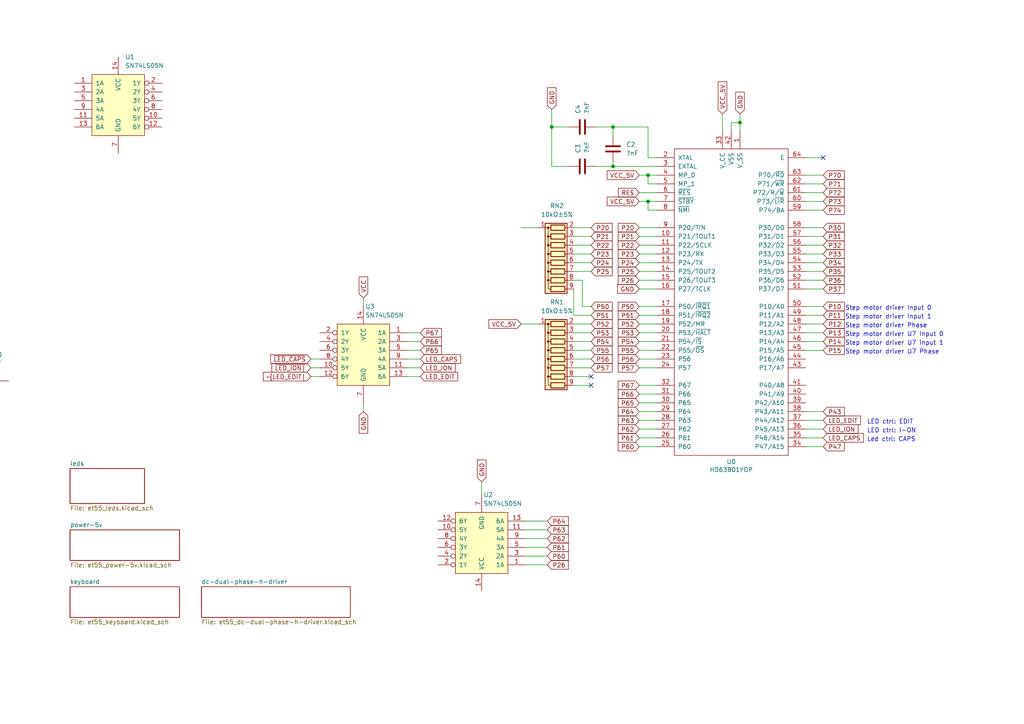
<source format=kicad_sch>
(kicad_sch (version 20211123) (generator eeschema)
  (paper "A4")
  (title_block (title "Olivetti Personal ET 55"))
  (junction (at 105.41 -76.2))
  (junction (at 320.04 45.72))
  (junction (at 322.58 45.72))
  (junction (at 121.92 -80.01))
  (junction (at 95.25 -163.83))
  (junction (at 177.8 48.26))
  (junction (at 560.07 43.18))
  (junction (at 378.46 149.86))
  (junction (at 325.12 45.72))
  (junction (at 491.49 60.96))
  (junction (at 121.92 -148.59))
  (junction (at 130.81 -148.59))
  (junction (at 81.28 -121.92))
  (junction (at 160.02 36.83))
  (junction (at 187.96 58.42))
  (junction (at 337.82 88.9))
  (junction (at 499.11 41.91))
  (junction (at 327.66 45.72))
  (junction (at 95.25 -95.25))
  (junction (at 119.38 -194.31))
  (junction (at 435.61 -12.7))
  (junction (at 355.6 69.85))
  (junction (at 491.49 101.6))
  (junction (at 337.82 45.72))
  (junction (at 130.81 -163.83))
  (junction (at 337.82 69.85))
  (junction (at 491.49 53.34))
  (junction (at 363.22 88.9))
  (junction (at 491.49 87.63))
  (junction (at 113.03 -121.92))
  (junction (at 527.05 52.07))
  (junction (at 187.96 50.8))
  (junction (at 114.3 -80.01))
  (junction (at 105.41 -133.35))
  (junction (at 119.38 -80.01))
  (junction (at 116.84 -124.46))
  (junction (at 505.46 87.63))
  (junction (at 116.84 -148.59))
  (junction (at 560.07 33.02))
  (junction (at 114.3 -148.59))
  (junction (at 116.84 -80.01))
  (junction (at 144.78 -195.58))
  (junction (at 214.63 35.56))
  (junction (at 119.38 -124.46))
  (junction (at 119.38 -148.59))
  (junction (at 177.8 36.83))
  (junction (at 130.81 -95.25))
  (junction (at 105.41 -144.78))
  (junction (at 116.84 -194.31))
  (junction (at 133.35 -195.58))
  (junction (at -8.89 110.49))
  (junction (at 368.3 149.86))
  (junction (at 335.28 45.72))
  (junction (at 130.81 -80.01))
  (junction (at 113.03 -190.5))
  (junction (at 105.41 -64.77))
  (no_connect (at 171.45 109.22))
  (no_connect (at 171.45 111.76))
  (no_connect (at 238.76 45.72))
  (wire (pts (xy 114.3 -64.77) (xy 114.3 -80.01)))
  (wire (pts (xy 435.61 -12.7) (xy 433.07 -12.7)))
  (wire (pts (xy 335.28 48.26) (xy 335.28 45.72)))
  (wire (pts (xy 337.82 44.45) (xy 337.82 45.72)))
  (wire (pts (xy 499.11 52.07) (xy 504.19 52.07)))
  (wire (pts (xy 233.68 53.34) (xy 238.76 53.34)))
  (wire (pts (xy 491.49 46.99) (xy 491.49 53.34)))
  (wire (pts (xy 95.25 -144.78) (xy 105.41 -144.78)))
  (wire (pts (xy 119.38 -118.11) (xy 119.38 -124.46)))
  (wire (pts (xy 332.74 48.26) (xy 332.74 43.18)))
  (wire (pts (xy 116.84 -124.46) (xy 74.93 -124.46)))
  (wire (pts (xy 322.58 48.26) (xy 322.58 45.72)))
  (wire (pts (xy 491.49 30.48) (xy 527.05 30.48)))
  (wire (pts (xy 212.09 38.1) (xy 212.09 35.56)))
  (wire (pts (xy 313.69 45.72) (xy 320.04 45.72)))
  (wire (pts (xy 187.96 53.34) (xy 187.96 50.8)))
  (wire (pts (xy 119.38 -124.46) (xy 116.84 -124.46)))
  (wire (pts (xy 185.42 76.2) (xy 190.5 76.2)))
  (wire (pts (xy 185.42 111.76) (xy 190.5 111.76)))
  (wire (pts (xy 325.12 45.72) (xy 327.66 45.72)))
  (wire (pts (xy 185.42 91.44) (xy 190.5 91.44)))
  (wire (pts (xy 190.5 71.12) (xy 185.42 71.12)))
  (wire (pts (xy 166.37 91.44) (xy 171.45 91.44)))
  (wire (pts (xy 238.76 66.04) (xy 233.68 66.04)))
  (wire (pts (xy 105.41 -76.2) (xy 110.49 -76.2)))
  (wire (pts (xy 116.84 -80.01) (xy 116.84 -83.82)))
  (wire (pts (xy 118.11 104.14) (xy 121.92 104.14)))
  (wire (pts (xy 83.82 -83.82) (xy 83.82 -64.77)))
  (wire (pts (xy 119.38 -186.69) (xy 119.38 -194.31)))
  (wire (pts (xy 233.68 101.6) (xy 238.76 101.6)))
  (wire (pts (xy 233.68 93.98) (xy 238.76 93.98)))
  (wire (pts (xy 340.36 90.17) (xy 340.36 97.79)))
  (wire (pts (xy 105.41 -64.77) (xy 114.3 -64.77)))
  (wire (pts (xy 116.84 -186.69) (xy 116.84 -194.31)))
  (wire (pts (xy 128.27 -171.45) (xy 185.42 -171.45)))
  (wire (pts (xy 166.37 93.98) (xy 171.45 93.98)))
  (wire (pts (xy 214.63 35.56) (xy 214.63 38.1)))
  (wire (pts (xy 161.29 -195.58) (xy 144.78 -195.58)))
  (wire (pts (xy 119.38 -152.4) (xy 119.38 -148.59)))
  (wire (pts (xy 172.72 36.83) (xy 177.8 36.83)))
  (wire (pts (xy 118.11 101.6) (xy 121.92 101.6)))
  (wire (pts (xy 95.25 -163.83) (xy 104.14 -163.83)))
  (wire (pts (xy 527.05 52.07) (xy 527.05 101.6)))
  (wire (pts (xy 100.33 -100.33) (xy 104.14 -100.33)))
  (wire (pts (xy 355.6 63.5) (xy 355.6 69.85)))
  (wire (pts (xy 83.82 -160.02) (xy 83.82 -163.83)))
  (wire (pts (xy 334.01 88.9) (xy 337.82 88.9)))
  (wire (pts (xy 119.38 -83.82) (xy 119.38 -80.01)))
  (wire (pts (xy 233.68 99.06) (xy 238.76 99.06)))
  (wire (pts (xy 547.37 38.1) (xy 547.37 41.91)))
  (wire (pts (xy 238.76 76.2) (xy 233.68 76.2)))
  (wire (pts (xy 119.38 -129.54) (xy 119.38 -124.46)))
  (wire (pts (xy 168.91 81.28) (xy 168.91 88.9)))
  (wire (pts (xy 166.37 81.28) (xy 168.91 81.28)))
  (wire (pts (xy 187.96 58.42) (xy 190.5 58.42)))
  (wire (pts (xy 365.76 88.9) (xy 365.76 96.52)))
  (wire (pts (xy 185.42 121.92) (xy 190.5 121.92)))
  (wire (pts (xy 105.41 -137.16) (xy 105.41 -133.35)))
  (wire (pts (xy 499.11 78.74) (xy 505.46 78.74)))
  (wire (pts (xy 238.76 71.12) (xy 233.68 71.12)))
  (wire (pts (xy 488.95 53.34) (xy 491.49 53.34)))
  (wire (pts (xy 185.42 104.14) (xy 190.5 104.14)))
  (wire (pts (xy 74.93 -124.46) (xy 74.93 -194.31)))
  (wire (pts (xy 325.12 48.26) (xy 325.12 45.72)))
  (wire (pts (xy 505.46 87.63) (xy 508 87.63)))
  (wire (pts (xy 118.11 106.68) (xy 121.92 106.68)))
  (wire (pts (xy 187.96 50.8) (xy 185.42 50.8)))
  (wire (pts (xy 177.8 46.99) (xy 177.8 48.26)))
  (wire (pts (xy 190.5 53.34) (xy 187.96 53.34)))
  (wire (pts (xy 337.82 45.72) (xy 337.82 48.26)))
  (wire (pts (xy 322.58 45.72) (xy 325.12 45.72)))
  (wire (pts (xy 166.37 68.58) (xy 171.45 68.58)))
  (wire (pts (xy 185.42 116.84) (xy 190.5 116.84)))
  (wire (pts (xy 233.68 88.9) (xy 238.76 88.9)))
  (wire (pts (xy 116.84 -148.59) (xy 116.84 -152.4)))
  (wire (pts (xy 130.81 -190.5) (xy 130.81 -176.53)))
  (wire (pts (xy 466.09 60.96) (xy 471.17 60.96)))
  (wire (pts (xy 505.46 78.74) (xy 505.46 87.63)))
  (wire (pts (xy 152.4 161.29) (xy 158.75 161.29)))
  (wire (pts (xy 430.53 -16.51) (xy 430.53 -8.89)))
  (wire (pts (xy 491.49 110.49) (xy 491.49 101.6)))
  (wire (pts (xy 166.37 109.22) (xy 171.45 109.22)))
  (wire (pts (xy 100.33 -102.87) (xy 104.14 -102.87)))
  (wire (pts (xy 118.11 109.22) (xy 121.92 109.22)))
  (wire (pts (xy 317.5 88.9) (xy 317.5 95.25)))
  (wire (pts (xy 185.42 101.6) (xy 190.5 101.6)))
  (wire (pts (xy 363.22 69.85) (xy 363.22 73.66)))
  (wire (pts (xy 363.22 81.28) (xy 363.22 88.9)))
  (wire (pts (xy 337.82 73.66) (xy 337.82 69.85)))
  (wire (pts (xy 185.42 119.38) (xy 190.5 119.38)))
  (wire (pts (xy 560.07 33.02) (xy 560.07 43.18)))
  (wire (pts (xy 114.3 -80.01) (xy 116.84 -80.01)))
  (wire (pts (xy 142.24 -82.55) (xy 142.24 -80.01)))
  (wire (pts (xy 110.49 -76.2) (xy 110.49 -83.82)))
  (wire (pts (xy 83.82 -91.44) (xy 83.82 -95.25)))
  (wire (pts (xy 491.49 83.82) (xy 491.49 87.63)))
  (wire (pts (xy 502.92 87.63) (xy 505.46 87.63)))
  (wire (pts (xy 238.76 58.42) (xy 233.68 58.42)))
  (wire (pts (xy 113.03 -121.92) (xy 130.81 -121.92)))
  (wire (pts (xy 166.37 96.52) (xy 171.45 96.52)))
  (wire (pts (xy 130.81 -90.17) (xy 130.81 -95.25)))
  (wire (pts (xy 151.13 66.04) (xy 156.21 66.04)))
  (wire (pts (xy 100.33 -168.91) (xy 104.14 -168.91)))
  (wire (pts (xy 185.42 106.68) (xy 190.5 106.68)))
  (wire (pts (xy 562.61 33.02) (xy 560.07 33.02)))
  (wire (pts (xy 152.4 151.13) (xy 158.75 151.13)))
  (wire (pts (xy 499.11 52.07) (xy 499.11 41.91)))
  (wire (pts (xy 130.81 -107.95) (xy 128.27 -107.95)))
  (wire (pts (xy 168.91 88.9) (xy 171.45 88.9)))
  (wire (pts (xy 134.62 -129.54) (xy 119.38 -129.54)))
  (wire (pts (xy 130.81 -95.25) (xy 128.27 -95.25)))
  (wire (pts (xy 166.37 83.82) (xy 166.37 91.44)))
  (wire (pts (xy 121.92 -152.4) (xy 121.92 -148.59)))
  (wire (pts (xy 83.82 -133.35) (xy 105.41 -133.35)))
  (wire (pts (xy 233.68 55.88) (xy 238.76 55.88)))
  (wire (pts (xy 105.41 -144.78) (xy 110.49 -144.78)))
  (wire (pts (xy 114.3 -133.35) (xy 114.3 -148.59)))
  (wire (pts (xy 90.17 104.14) (xy 92.71 104.14)))
  (wire (pts (xy 130.81 -151.13) (xy 130.81 -148.59)))
  (wire (pts (xy 233.68 83.82) (xy 238.76 83.82)))
  (wire (pts (xy 157.48 -100.33) (xy 157.48 -166.37)))
  (wire (pts (xy 238.76 68.58) (xy 233.68 68.58)))
  (wire (pts (xy 83.82 -64.77) (xy 105.41 -64.77)))
  (wire (pts (xy 327.66 45.72) (xy 335.28 45.72)))
  (wire (pts (xy 233.68 91.44) (xy 238.76 91.44)))
  (wire (pts (xy 185.42 124.46) (xy 190.5 124.46)))
  (wire (pts (xy 185.42 58.42) (xy 187.96 58.42)))
  (wire (pts (xy 142.24 -95.25) (xy 130.81 -95.25)))
  (wire (pts (xy 177.8 36.83) (xy 187.96 36.83)))
  (wire (pts (xy 562.61 43.18) (xy 560.07 43.18)))
  (wire (pts (xy 185.42 66.04) (xy 190.5 66.04)))
  (wire (pts (xy 337.82 88.9) (xy 337.82 97.79)))
  (wire (pts (xy 95.25 -163.83) (xy 95.25 -160.02)))
  (wire (pts (xy 152.4 163.83) (xy 158.75 163.83)))
  (wire (pts (xy 105.41 -68.58) (xy 105.41 -64.77)))
  (wire (pts (xy 355.6 69.85) (xy 363.22 69.85)))
  (wire (pts (xy 325.12 45.72) (xy 325.12 43.18)))
  (wire (pts (xy 233.68 127) (xy 238.76 127)))
  (wire (pts (xy 100.33 -176.53) (xy 104.14 -176.53)))
  (wire (pts (xy 185.42 88.9) (xy 190.5 88.9)))
  (wire (pts (xy 130.81 -158.75) (xy 130.81 -163.83)))
  (wire (pts (xy 359.41 88.9) (xy 363.22 88.9)))
  (wire (pts (xy 337.82 81.28) (xy 337.82 88.9)))
  (wire (pts (xy 142.24 -151.13) (xy 142.24 -148.59)))
  (wire (pts (xy 81.28 -121.92) (xy 113.03 -121.92)))
  (wire (pts (xy 190.5 48.26) (xy 177.8 48.26)))
  (wire (pts (xy 345.44 44.45) (xy 337.82 44.45)))
  (wire (pts (xy -8.89 110.49) (xy -8.89 118.11)))
  (wire (pts (xy 185.42 81.28) (xy 190.5 81.28)))
  (wire (pts (xy 320.04 45.72) (xy 320.04 43.18)))
  (wire (pts (xy 433.07 -12.7) (xy 433.07 -16.51)))
  (wire (pts (xy 190.5 60.96) (xy 187.96 60.96)))
  (wire (pts (xy 113.03 -190.5) (xy 81.28 -190.5)))
  (wire (pts (xy 116.84 -148.59) (xy 116.84 -144.78)))
  (wire (pts (xy 142.24 -90.17) (xy 142.24 -95.25)))
  (wire (pts (xy 105.41 -133.35) (xy 114.3 -133.35)))
  (wire (pts (xy 118.11 99.06) (xy 121.92 99.06)))
  (wire (pts (xy 337.82 69.85) (xy 355.6 69.85)))
  (wire (pts (xy 152.4 156.21) (xy 158.75 156.21)))
  (wire (pts (xy 491.49 101.6) (xy 491.49 87.63)))
  (wire (pts (xy 238.76 73.66) (xy 233.68 73.66)))
  (wire (pts (xy 128.27 -100.33) (xy 157.48 -100.33)))
  (wire (pts (xy 177.8 39.37) (xy 177.8 36.83)))
  (wire (pts (xy 327.66 45.72) (xy 327.66 43.18)))
  (wire (pts (xy 74.93 -194.31) (xy 116.84 -194.31)))
  (wire (pts (xy 560.07 43.18) (xy 560.07 53.34)))
  (wire (pts (xy 90.17 109.22) (xy 92.71 109.22)))
  (wire (pts (xy 337.82 58.42) (xy 337.82 69.85)))
  (wire (pts (xy 233.68 129.54) (xy 238.76 129.54)))
  (wire (pts (xy 527.05 101.6) (xy 491.49 101.6)))
  (wire (pts (xy 113.03 -190.5) (xy 130.81 -190.5)))
  (wire (pts (xy 151.13 93.98) (xy 156.21 93.98)))
  (wire (pts (xy 144.78 -194.31) (xy 144.78 -195.58)))
  (wire (pts (xy -12.7 110.49) (xy -8.89 110.49)))
  (wire (pts (xy 518.16 87.63) (xy 518.16 90.17)))
  (wire (pts (xy 144.78 -195.58) (xy 133.35 -195.58)))
  (wire (pts (xy 118.11 96.52) (xy 121.92 96.52)))
  (wire (pts (xy 166.37 106.68) (xy 171.45 106.68)))
  (wire (pts (xy 130.81 -176.53) (xy 128.27 -176.53)))
  (wire (pts (xy 166.37 73.66) (xy 171.45 73.66)))
  (wire (pts (xy 154.94 -163.83) (xy 185.42 -163.83)))
  (wire (pts (xy 116.84 -148.59) (xy 119.38 -148.59)))
  (wire (pts (xy 570.23 43.18) (xy 576.58 43.18)))
  (wire (pts (xy 187.96 36.83) (xy 187.96 45.72)))
  (wire (pts (xy 81.28 -190.5) (xy 81.28 -121.92)))
  (wire (pts (xy 491.49 87.63) (xy 495.3 87.63)))
  (wire (pts (xy 494.03 110.49) (xy 491.49 110.49)))
  (wire (pts (xy 152.4 158.75) (xy 158.75 158.75)))
  (wire (pts (xy 116.84 -194.31) (xy 119.38 -194.31)))
  (wire (pts (xy 212.09 35.56) (xy 214.63 35.56)))
  (wire (pts (xy 121.92 -148.59) (xy 119.38 -148.59)))
  (wire (pts (xy 130.81 -121.92) (xy 130.81 -107.95)))
  (wire (pts (xy 330.2 48.26) (xy 330.2 43.18)))
  (wire (pts (xy 114.3 -152.4) (xy 114.3 -148.59)))
  (wire (pts (xy 185.42 114.3) (xy 190.5 114.3)))
  (wire (pts (xy 166.37 76.2) (xy 171.45 76.2)))
  (wire (pts (xy 166.37 71.12) (xy 171.45 71.12)))
  (wire (pts (xy 154.94 -102.87) (xy 154.94 -163.83)))
  (wire (pts (xy 190.5 50.8) (xy 187.96 50.8)))
  (wire (pts (xy 114.3 -83.82) (xy 114.3 -80.01)))
  (wire (pts (xy 160.02 36.83) (xy 165.1 36.83)))
  (wire (pts (xy 95.25 -76.2) (xy 105.41 -76.2)))
  (wire (pts (xy 491.49 53.34) (xy 491.49 60.96)))
  (wire (pts (xy 378.46 134.62) (xy 378.46 149.86)))
  (wire (pts (xy 185.42 83.82) (xy 190.5 83.82)))
  (wire (pts (xy 113.03 -186.69) (xy 113.03 -190.5)))
  (wire (pts (xy 166.37 99.06) (xy 171.45 99.06)))
  (wire (pts (xy 238.76 78.74) (xy 233.68 78.74)))
  (wire (pts (xy 335.28 45.72) (xy 335.28 43.18)))
  (wire (pts (xy 185.42 55.88) (xy 190.5 55.88)))
  (wire (pts (xy 435.61 -8.89) (xy 435.61 -12.7)))
  (wire (pts (xy 570.23 33.02) (xy 576.58 33.02)))
  (wire (pts (xy 83.82 -163.83) (xy 95.25 -163.83)))
  (wire (pts (xy 214.63 33.02) (xy 214.63 35.56)))
  (wire (pts (xy 466.09 64.77) (xy 466.09 60.96)))
  (wire (pts (xy 554.99 33.02) (xy 560.07 33.02)))
  (wire (pts (xy 355.6 50.8) (xy 355.6 55.88)))
  (wire (pts (xy 172.72 48.26) (xy 177.8 48.26)))
  (wire (pts (xy 209.55 33.02) (xy 209.55 38.1)))
  (wire (pts (xy 130.81 -148.59) (xy 142.24 -148.59)))
  (wire (pts (xy 133.35 -187.96) (xy 133.35 -186.69)))
  (wire (pts (xy 116.84 -118.11) (xy 116.84 -124.46)))
  (wire (pts (xy 511.81 41.91) (xy 547.37 41.91)))
  (wire (pts (xy 368.3 153.67) (xy 368.3 149.86)))
  (wire (pts (xy 116.84 -80.01) (xy 119.38 -80.01)))
  (wire (pts (xy 139.7 139.7) (xy 139.7 143.51)))
  (wire (pts (xy 166.37 78.74) (xy 171.45 78.74)))
  (wire (pts (xy 570.23 53.34) (xy 577.85 53.34)))
  (wire (pts (xy 130.81 -82.55) (xy 130.81 -80.01)))
  (wire (pts (xy 100.33 -171.45) (xy 104.14 -171.45)))
  (wire (pts (xy 100.33 -107.95) (xy 104.14 -107.95)))
  (wire (pts (xy 165.1 48.26) (xy 160.02 48.26)))
  (wire (pts (xy 166.37 111.76) (xy 171.45 111.76)))
  (wire (pts (xy 238.76 121.92) (xy 233.68 121.92)))
  (wire (pts (xy 105.41 86.36) (xy 105.41 88.9)))
  (wire (pts (xy 478.79 60.96) (xy 491.49 60.96)))
  (wire (pts (xy 90.17 106.68) (xy 92.71 106.68)))
  (wire (pts (xy 190.5 93.98) (xy 185.42 93.98)))
  (wire (pts (xy 185.42 129.54) (xy 190.5 129.54)))
  (wire (pts (xy 185.42 99.06) (xy 190.5 99.06)))
  (wire (pts (xy 233.68 124.46) (xy 238.76 124.46)))
  (wire (pts (xy 160.02 31.75) (xy 160.02 36.83)))
  (wire (pts (xy 134.62 -121.92) (xy 134.62 -120.65)))
  (wire (pts (xy 83.82 -95.25) (xy 95.25 -95.25)))
  (wire (pts (xy 238.76 81.28) (xy 233.68 81.28)))
  (wire (pts (xy 121.92 -80.01) (xy 119.38 -80.01)))
  (wire (pts (xy 185.42 78.74) (xy 190.5 78.74)))
  (wire (pts (xy 128.27 -168.91) (xy 185.42 -168.91)))
  (wire (pts (xy 358.14 149.86) (xy 368.3 149.86)))
  (wire (pts (xy 152.4 153.67) (xy 158.75 153.67)))
  (wire (pts (xy 363.22 88.9) (xy 363.22 96.52)))
  (wire (pts (xy 113.03 -118.11) (xy 113.03 -121.92)))
  (wire (pts (xy 114.3 -148.59) (xy 116.84 -148.59)))
  (wire (pts (xy 327.66 48.26) (xy 327.66 45.72)))
  (wire (pts (xy 358.14 153.67) (xy 358.14 149.86)))
  (wire (pts (xy 160.02 48.26) (xy 160.02 36.83)))
  (wire (pts (xy 491.49 36.83) (xy 491.49 30.48)))
  (wire (pts (xy 105.41 119.38) (xy 105.41 116.84)))
  (wire (pts (xy 142.24 -158.75) (xy 142.24 -163.83)))
  (wire (pts (xy 233.68 96.52) (xy 238.76 96.52)))
  (wire (pts (xy 121.92 -83.82) (xy 121.92 -80.01)))
  (wire (pts (xy 320.04 45.72) (xy 322.58 45.72)))
  (wire (pts (xy 130.81 -148.59) (xy 121.92 -148.59)))
  (wire (pts (xy 491.49 68.58) (xy 491.49 73.66)))
  (wire (pts (xy 83.82 -152.4) (xy 83.82 -133.35)))
  (wire (pts (xy 233.68 45.72) (xy 238.76 45.72)))
  (wire (pts (xy 515.62 87.63) (xy 518.16 87.63)))
  (wire (pts (xy 238.76 60.96) (xy 233.68 60.96)))
  (wire (pts (xy 187.96 60.96) (xy 187.96 58.42)))
  (wire (pts (xy 185.42 127) (xy 190.5 127)))
  (wire (pts (xy 322.58 45.72) (xy 322.58 43.18)))
  (wire (pts (xy 435.61 -16.51) (xy 435.61 -12.7)))
  (wire (pts (xy 527.05 30.48) (xy 527.05 52.07)))
  (wire (pts (xy 110.49 -144.78) (xy 110.49 -152.4)))
  (wire (pts (xy 233.68 119.38) (xy 238.76 119.38)))
  (wire (pts (xy 547.37 24.13) (xy 547.37 27.94)))
  (wire (pts (xy 504.19 41.91) (xy 499.11 41.91)))
  (wire (pts (xy 172.72 -158.75) (xy 185.42 -158.75)))
  (wire (pts (xy 345.44 43.18) (xy 345.44 44.45)))
  (wire (pts (xy 166.37 104.14) (xy 171.45 104.14)))
  (wire (pts (xy 95.25 -95.25) (xy 104.14 -95.25)))
  (wire (pts (xy 142.24 -163.83) (xy 130.81 -163.83)))
  (wire (pts (xy 166.37 66.04) (xy 171.45 66.04)))
  (wire (pts (xy 320.04 48.26) (xy 320.04 45.72)))
  (wire (pts (xy 185.42 96.52) (xy 190.5 96.52)))
  (wire (pts (xy 166.37 101.6) (xy 171.45 101.6)))
  (wire (pts (xy 511.81 52.07) (xy 527.05 52.07)))
  (wire (pts (xy 368.3 149.86) (xy 378.46 149.86)))
  (wire (pts (xy 562.61 53.34) (xy 560.07 53.34)))
  (wire (pts (xy 69.85 -121.92) (xy 81.28 -121.92)))
  (wire (pts (xy 185.42 68.58) (xy 190.5 68.58)))
  (wire (pts (xy 95.25 -152.4) (xy 95.25 -144.78)))
  (wire (pts (xy 116.84 -80.01) (xy 116.84 -76.2)))
  (wire (pts (xy 130.81 -80.01) (xy 142.24 -80.01)))
  (wire (pts (xy -8.89 110.49) (xy -5.08 110.49)))
  (wire (pts (xy 95.25 -83.82) (xy 95.25 -76.2)))
  (wire (pts (xy 128.27 -102.87) (xy 154.94 -102.87)))
  (wire (pts (xy 157.48 -166.37) (xy 185.42 -166.37)))
  (wire (pts (xy 187.96 45.72) (xy 190.5 45.72)))
  (wire (pts (xy 130.81 -163.83) (xy 128.27 -163.83)))
  (wire (pts (xy 233.68 50.8) (xy 238.76 50.8)))
  (wire (pts (xy 119.38 -194.31) (xy 133.35 -195.58)))
  (wire (pts (xy 335.28 45.72) (xy 337.82 45.72)))
  (wire (pts (xy 185.42 73.66) (xy 190.5 73.66)))
  (wire (pts (xy 130.81 -80.01) (xy 121.92 -80.01)))
  (wire (pts (xy 95.25 -95.25) (xy 95.25 -91.44)))
  (wire (pts (xy 378.46 149.86) (xy 378.46 153.67)))
  (text "Step motor driver Input 0" (at 245.11 90.17 0) (effects (font (size 1.27 1.27)) (justify left bottom)))
  (text "Step motor driver Phase" (at 245.11 95.25 0) (effects (font (size 1.27 1.27)) (justify left bottom)))
  (text "Step motor driver U7 Phase" (at 245.11 102.87 0) (effects (font (size 1.27 1.27)) (justify left bottom)))
  (text "Step motor driver U7 Input 1\n" (at 245.11 100.33 0) (effects (font (size 1.27 1.27)) (justify left bottom)))
  (text "LED ctrl: EDIT" (at 251.46 123.19 0) (effects (font (size 1.27 1.27)) (justify left bottom)))
  (text "Led ctrl: CAPS" (at 251.46 128.27 0) (effects (font (size 1.27 1.27)) (justify left bottom)))
  (text "Step motor driver Input 1\n" (at 245.11 92.71 0) (effects (font (size 1.27 1.27)) (justify left bottom)))
  (text "Step motor driver U7 Input 0" (at 245.11 97.79 0) (effects (font (size 1.27 1.27)) (justify left bottom)))
  (text "LED ctrl: I-ON" (at 251.46 125.73 0) (effects (font (size 1.27 1.27)) (justify left bottom)))
  (global_label "P47" (shape input) (at 238.76 129.54 0) (property "Intersheet References" "${INTERSHEET_REFS}" (effects hide)))
  (global_label "P21" (shape input) (at 171.45 68.58 0) (property "Intersheet References" "${INTERSHEET_REFS}" (effects hide)))
  (global_label "P12" (shape input) (at 100.33 -176.53 180) (property "Intersheet References" "${INTERSHEET_REFS}" (effects hide)))
  (global_label "P36" (shape input) (at 238.76 81.28 0) (property "Intersheet References" "${INTERSHEET_REFS}" (effects hide)))
  (global_label "LED_ION" (shape input) (at 121.92 106.68 0) (property "Intersheet References" "${INTERSHEET_REFS}" (effects hide)))
  (global_label "P22" (shape input) (at 171.45 71.12 0) (property "Intersheet References" "${INTERSHEET_REFS}" (effects hide)))
  (global_label "V_FUSE" (shape input) (at 172.72 -158.75 180) (property "Intersheet References" "${INTERSHEET_REFS}" (effects hide)))
  (global_label "P25" (shape input) (at 185.42 78.74 180) (property "Intersheet References" "${INTERSHEET_REFS}" (effects hide)))
  (global_label "P60" (shape input) (at 185.42 129.54 180) (property "Intersheet References" "${INTERSHEET_REFS}" (effects hide)))
  (global_label "GND" (shape input) (at 365.76 88.9 90) (property "Intersheet References" "${INTERSHEET_REFS}" (effects hide)))
  (global_label "P30" (shape input) (at 238.76 66.04 0) (property "Intersheet References" "${INTERSHEET_REFS}" (effects hide)))
  (global_label "LED_EDIT" (shape input) (at 238.76 121.92 0) (property "Intersheet References" "${INTERSHEET_REFS}" (effects hide)))
  (global_label "P60" (shape input) (at 158.75 161.29 0) (property "Intersheet References" "${INTERSHEET_REFS}" (effects hide)))
  (global_label "P50" (shape input) (at 171.45 88.9 0) (property "Intersheet References" "${INTERSHEET_REFS}" (effects hide)))
  (global_label "RES" (shape input) (at 185.42 55.88 180) (property "Intersheet References" "${INTERSHEET_REFS}" (effects hide)))
  (global_label "P35" (shape input) (at 325.12 43.18 90) (property "Intersheet References" "${INTERSHEET_REFS}" (effects hide)))
  (global_label "P64" (shape input) (at 185.42 119.38 180) (property "Intersheet References" "${INTERSHEET_REFS}" (effects hide)))
  (global_label "GND" (shape input) (at 133.35 -186.69 270) (property "Intersheet References" "${INTERSHEET_REFS}" (effects hide)))
  (global_label "P13" (shape input) (at 238.76 96.52 0) (property "Intersheet References" "${INTERSHEET_REFS}" (effects hide)))
  (global_label "P56" (shape input) (at 185.42 104.14 180) (property "Intersheet References" "${INTERSHEET_REFS}" (effects hide)))
  (global_label "P14" (shape input) (at 100.33 -102.87 180) (property "Intersheet References" "${INTERSHEET_REFS}" (effects hide)))
  (global_label "VIN" (shape input) (at 430.53 -8.89 270) (property "Intersheet References" "${INTERSHEET_REFS}" (effects hide)))
  (global_label "P10" (shape input) (at 100.33 -168.91 180) (property "Intersheet References" "${INTERSHEET_REFS}" (effects hide)))
  (global_label "P34" (shape input) (at 327.66 43.18 90) (property "Intersheet References" "${INTERSHEET_REFS}" (effects hide)))
  (global_label "GND" (shape input) (at 214.63 33.02 90) (property "Intersheet References" "${INTERSHEET_REFS}" (effects hide)))
  (global_label "P53" (shape input) (at 185.42 96.52 180) (property "Intersheet References" "${INTERSHEET_REFS}" (effects hide)))
  (global_label "GND" (shape input) (at 116.84 -76.2 270) (property "Intersheet References" "${INTERSHEET_REFS}" (effects hide)))
  (global_label "P73" (shape input) (at 345.44 43.18 90) (property "Intersheet References" "${INTERSHEET_REFS}" (effects hide)))
  (global_label "P23" (shape input) (at 185.42 73.66 180) (property "Intersheet References" "${INTERSHEET_REFS}" (effects hide)))
  (global_label "P67" (shape input) (at 121.92 96.52 0) (property "Intersheet References" "${INTERSHEET_REFS}" (effects hide)))
  (global_label "GND" (shape input) (at 139.7 139.7 90) (property "Intersheet References" "${INTERSHEET_REFS}" (effects hide)))
  (global_label "P72" (shape input) (at 238.76 55.88 0) (property "Intersheet References" "${INTERSHEET_REFS}" (effects hide)))
  (global_label "P71" (shape input) (at 238.76 53.34 0) (property "Intersheet References" "${INTERSHEET_REFS}" (effects hide)))
  (global_label "P55" (shape input) (at 185.42 101.6 180) (property "Intersheet References" "${INTERSHEET_REFS}" (effects hide)))
  (global_label "P57" (shape input) (at 185.42 106.68 180) (property "Intersheet References" "${INTERSHEET_REFS}" (effects hide)))
  (global_label "VCC_5V" (shape input) (at 185.42 58.42 180) (property "Intersheet References" "${INTERSHEET_REFS}" (effects hide)))
  (global_label "P34" (shape input) (at 238.76 76.2 0) (property "Intersheet References" "${INTERSHEET_REFS}" (effects hide)))
  (global_label "P52" (shape input) (at 185.42 93.98 180) (property "Intersheet References" "${INTERSHEET_REFS}" (effects hide)))
  (global_label "P61" (shape input) (at 158.75 158.75 0) (property "Intersheet References" "${INTERSHEET_REFS}" (effects hide)))
  (global_label "P51" (shape input) (at 171.45 91.44 0) (property "Intersheet References" "${INTERSHEET_REFS}" (effects hide)))
  (global_label "VCC_5V" (shape input) (at 209.55 33.02 90) (property "Intersheet References" "${INTERSHEET_REFS}" (effects hide)))
  (global_label "P20" (shape input) (at 185.42 66.04 180) (property "Intersheet References" "${INTERSHEET_REFS}" (effects hide)))
  (global_label "P57" (shape input) (at 171.45 106.68 0) (property "Intersheet References" "${INTERSHEET_REFS}" (effects hide)))
  (global_label "P53" (shape input) (at 171.45 96.52 0) (property "Intersheet References" "${INTERSHEET_REFS}" (effects hide)))
  (global_label "V_T2_3" (shape input) (at 488.95 53.34 180) (property "Intersheet References" "${INTERSHEET_REFS}" (effects hide)))
  (global_label "P24" (shape input) (at 171.45 76.2 0) (property "Intersheet References" "${INTERSHEET_REFS}" (effects hide)))
  (global_label "P47" (shape input) (at 359.41 88.9 180) (property "Intersheet References" "${INTERSHEET_REFS}" (effects hide)))
  (global_label "P20" (shape input) (at 171.45 66.04 0) (property "Intersheet References" "${INTERSHEET_REFS}" (effects hide)))
  (global_label "GND" (shape input) (at 378.46 134.62 90) (property "Intersheet References" "${INTERSHEET_REFS}" (effects hide)))
  (global_label "V_FUSE" (shape input) (at 494.03 110.49 0) (property "Intersheet References" "${INTERSHEET_REFS}" (effects hide)))
  (global_label "P32" (shape input) (at 332.74 43.18 90) (property "Intersheet References" "${INTERSHEET_REFS}" (effects hide)))
  (global_label "GND" (shape input) (at 317.5 88.9 90) (property "Intersheet References" "${INTERSHEET_REFS}" (effects hide)))
  (global_label "V_FUSE" (shape input) (at 161.29 -195.58 0) (property "Intersheet References" "${INTERSHEET_REFS}" (effects hide)))
  (global_label "~{LED_ION|}" (shape input) (at 90.17 106.68 180) (property "Intersheet References" "${INTERSHEET_REFS}" (effects hide)))
  (global_label "P51" (shape input) (at 185.42 91.44 180) (property "Intersheet References" "${INTERSHEET_REFS}" (effects hide)))
  (global_label "VCC" (shape input) (at 105.41 86.36 90) (property "Intersheet References" "${INTERSHEET_REFS}" (effects hide)))
  (global_label "P66" (shape input) (at 121.92 99.06 0) (property "Intersheet References" "${INTERSHEET_REFS}" (effects hide)))
  (global_label "VCC_5V" (shape input) (at 185.42 50.8 180) (property "Intersheet References" "${INTERSHEET_REFS}" (effects hide)))
  (global_label "P52" (shape input) (at 171.45 93.98 0) (property "Intersheet References" "${INTERSHEET_REFS}" (effects hide)))
  (global_label "P26" (shape input) (at 185.42 81.28 180) (property "Intersheet References" "${INTERSHEET_REFS}" (effects hide)))
  (global_label "P54" (shape input) (at 171.45 99.06 0) (property "Intersheet References" "${INTERSHEET_REFS}" (effects hide)))
  (global_label "P36" (shape input) (at 322.58 43.18 90) (property "Intersheet References" "${INTERSHEET_REFS}" (effects hide)))
  (global_label "P24" (shape input) (at 185.42 76.2 180) (property "Intersheet References" "${INTERSHEET_REFS}" (effects hide)))
  (global_label "GND" (shape input) (at 185.42 83.82 180) (property "Intersheet References" "${INTERSHEET_REFS}" (effects hide)))
  (global_label "P37" (shape input) (at 238.76 83.82 0) (property "Intersheet References" "${INTERSHEET_REFS}" (effects hide)))
  (global_label "GND" (shape input) (at 340.36 90.17 90) (property "Intersheet References" "${INTERSHEET_REFS}" (effects hide)))
  (global_label "P67" (shape input) (at 185.42 111.76 180) (property "Intersheet References" "${INTERSHEET_REFS}" (effects hide)))
  (global_label "P32" (shape input) (at 238.76 71.12 0) (property "Intersheet References" "${INTERSHEET_REFS}" (effects hide)))
  (global_label "GND" (shape input) (at 116.84 -144.78 270) (property "Intersheet References" "${INTERSHEET_REFS}" (effects hide)))
  (global_label "P31" (shape input) (at 335.28 43.18 90) (property "Intersheet References" "${INTERSHEET_REFS}" (effects hide)))
  (global_label "VCC_5V" (shape input) (at 151.13 93.98 180) (property "Intersheet References" "${INTERSHEET_REFS}" (effects hide)))
  (global_label "P43" (shape input) (at 238.76 119.38 0) (property "Intersheet References" "${INTERSHEET_REFS}" (effects hide)))
  (global_label "P74" (shape input) (at 238.76 60.96 0) (property "Intersheet References" "${INTERSHEET_REFS}" (effects hide)))
  (global_label "P62" (shape input) (at 158.75 156.21 0) (property "Intersheet References" "${INTERSHEET_REFS}" (effects hide)))
  (global_label "P43" (shape input) (at 334.01 88.9 180) (property "Intersheet References" "${INTERSHEET_REFS}" (effects hide)))
  (global_label "LED_ION" (shape input) (at 238.76 124.46 0) (property "Intersheet References" "${INTERSHEET_REFS}" (effects hide)))
  (global_label "P54" (shape input) (at 185.42 99.06 180) (property "Intersheet References" "${INTERSHEET_REFS}" (effects hide)))
  (global_label "P63" (shape input) (at 158.75 153.67 0) (property "Intersheet References" "${INTERSHEET_REFS}" (effects hide)))
  (global_label "P63" (shape input) (at 185.42 121.92 180) (property "Intersheet References" "${INTERSHEET_REFS}" (effects hide)))
  (global_label "P15" (shape input) (at 100.33 -107.95 180) (property "Intersheet References" "${INTERSHEET_REFS}" (effects hide)))
  (global_label "GND" (shape input) (at 134.62 -120.65 270) (property "Intersheet References" "${INTERSHEET_REFS}" (effects hide)))
  (global_label "P22" (shape input) (at 185.42 71.12 180) (property "Intersheet References" "${INTERSHEET_REFS}" (effects hide)))
  (global_label "LED_CAPS" (shape input) (at 238.76 127 0) (property "Intersheet References" "${INTERSHEET_REFS}" (effects hide)))
  (global_label "GND" (shape input) (at 160.02 31.75 90) (property "Intersheet References" "${INTERSHEET_REFS}" (effects hide)))
  (global_label "LED_EDIT" (shape input) (at 121.92 109.22 0) (property "Intersheet References" "${INTERSHEET_REFS}" (effects hide)))
  (global_label "~{LED_EDIT|" (shape input) (at 90.17 109.22 180) (property "Intersheet References" "${INTERSHEET_REFS}" (effects hide)))
  (global_label "P74" (shape input) (at 577.85 53.34 0) (property "Intersheet References" "${INTERSHEET_REFS}" (effects hide)))
  (global_label "P33" (shape input) (at 330.2 43.18 90) (property "Intersheet References" "${INTERSHEET_REFS}" (effects hide)))
  (global_label "P10" (shape input) (at 238.76 88.9 0) (property "Intersheet References" "${INTERSHEET_REFS}" (effects hide)))
  (global_label "P65" (shape input) (at 121.92 101.6 0) (property "Intersheet References" "${INTERSHEET_REFS}" (effects hide)))
  (global_label "P23" (shape input) (at 171.45 73.66 0) (property "Intersheet References" "${INTERSHEET_REFS}" (effects hide)))
  (global_label "P11" (shape input) (at 100.33 -171.45 180) (property "Intersheet References" "${INTERSHEET_REFS}" (effects hide)))
  (global_label "P61" (shape input) (at 185.42 127 180) (property "Intersheet References" "${INTERSHEET_REFS}" (effects hide)))
  (global_label "P25" (shape input) (at 171.45 78.74 0) (property "Intersheet References" "${INTERSHEET_REFS}" (effects hide)))
  (global_label "LED_CAPS" (shape input) (at 121.92 104.14 0) (property "Intersheet References" "${INTERSHEET_REFS}" (effects hide)))
  (global_label "P64" (shape input) (at 158.75 151.13 0) (property "Intersheet References" "${INTERSHEET_REFS}" (effects hide)))
  (global_label "P14" (shape input) (at 238.76 99.06 0) (property "Intersheet References" "${INTERSHEET_REFS}" (effects hide)))
  (global_label "P26" (shape input) (at 158.75 163.83 0) (property "Intersheet References" "${INTERSHEET_REFS}" (effects hide)))
  (global_label "P66" (shape input) (at 185.42 114.3 180) (property "Intersheet References" "${INTERSHEET_REFS}" (effects hide)))
  (global_label "GND" (shape input) (at 355.6 50.8 90) (property "Intersheet References" "${INTERSHEET_REFS}" (effects hide)))
  (global_label "P56" (shape input) (at 171.45 104.14 0) (property "Intersheet References" "${INTERSHEET_REFS}" (effects hide)))
  (global_label "P33" (shape input) (at 238.76 73.66 0) (property "Intersheet References" "${INTERSHEET_REFS}" (effects hide)))
  (global_label "GND" (shape input) (at 313.69 45.72 180) (property "Intersheet References" "${INTERSHEET_REFS}" (effects hide)))
  (global_label "GND" (shape input) (at 435.61 -8.89 270) (property "Intersheet References" "${INTERSHEET_REFS}" (effects hide)))
  (global_label "P55" (shape input) (at 171.45 101.6 0) (property "Intersheet References" "${INTERSHEET_REFS}" (effects hide)))
  (global_label "P15" (shape input) (at 238.76 101.6 0) (property "Intersheet References" "${INTERSHEET_REFS}" (effects hide)))
  (global_label "VCC_5V" (shape input) (at 576.58 43.18 0) (property "Intersheet References" "${INTERSHEET_REFS}" (effects hide)))
  (global_label "P21" (shape input) (at 185.42 68.58 180) (property "Intersheet References" "${INTERSHEET_REFS}" (effects hide)))
  (global_label "P62" (shape input) (at 185.42 124.46 180) (property "Intersheet References" "${INTERSHEET_REFS}" (effects hide)))
  (global_label "P50" (shape input) (at 185.42 88.9 180) (property "Intersheet References" "${INTERSHEET_REFS}" (effects hide)))
  (global_label "GND" (shape input) (at 105.41 119.38 270) (property "Intersheet References" "${INTERSHEET_REFS}" (effects hide)))
  (global_label "P11" (shape input) (at 238.76 91.44 0) (property "Intersheet References" "${INTERSHEET_REFS}" (effects hide)))
  (global_label "P70" (shape input) (at 238.76 50.8 0) (property "Intersheet References" "${INTERSHEET_REFS}" (effects hide)))
  (global_label "P35" (shape input) (at 238.76 78.74 0) (property "Intersheet References" "${INTERSHEET_REFS}" (effects hide)))
  (global_label "P31" (shape input) (at 238.76 68.58 0) (property "Intersheet References" "${INTERSHEET_REFS}" (effects hide)))
  (global_label "V_FUSE" (shape input) (at 69.85 -121.92 180) (property "Intersheet References" "${INTERSHEET_REFS}" (effects hide)))
  (global_label "~{LED_CAPS}" (shape input) (at 90.17 104.14 180) (property "Intersheet References" "${INTERSHEET_REFS}" (effects hide)))
  (global_label "P73" (shape input) (at 238.76 58.42 0) (property "Intersheet References" "${INTERSHEET_REFS}" (effects hide)))
  (global_label "P12" (shape input) (at 238.76 93.98 0) (property "Intersheet References" "${INTERSHEET_REFS}" (effects hide)))
  (global_label "P37" (shape input) (at 320.04 43.18 90) (property "Intersheet References" "${INTERSHEET_REFS}" (effects hide)))
  (global_label "P65" (shape input) (at 185.42 116.84 180) (property "Intersheet References" "${INTERSHEET_REFS}" (effects hide)))
  (global_label "P13" (shape input) (at 100.33 -100.33 180) (property "Intersheet References" "${INTERSHEET_REFS}" (effects hide)))
  (symbol (lib_id "et55:HD63B01YOP") (at 212.09 85.09 0) (unit 1)
    (property "Reference" "U0" (at 212.09 133.9342 0))
    (property "Value" "HD63B01YOP" (at 212.09 136.2456 0))
  )
  (symbol (lib_id "Device:C") (at 177.8 43.18 0) (unit 1)
    (property "Reference" "C2" (at 181.61 41.9099 0) (effects (justify left)))
    (property "Value" "?nF" (at 181.61 44.4499 0) (effects (justify left)))
    (property "Board" "A5E 104 MAA 115" (effects hide))
  )
  (symbol (lib_id "Device:D_Schottky") (at 491.49 64.77 270) (unit 1)
    (property "Reference" "D10" (at 494.665 63.1824 90) (effects (justify left)))
    (property "Value" "?v ?mA" (at 494.665 65.7224 90) (effects (justify left)))
  )
  (symbol (lib_id "Device:C") (at -1.27 110.49 270) (unit 1)
    (property "Reference" "C10" (at -1.27 102.87 90))
    (property "Value" "?nF" (at -1.27 105.41 90))
    (property "board" "A5E 104 MAA 115" (effects hide))
  )
  (symbol (lib_id "Device:C") (at 133.35 -191.77 0) (unit 1)
    (property "Reference" "C12" (at 137.16 -193.0401 0) (effects (justify left)))
    (property "Value" "?nF" (at 137.16 -190.5001 0) (effects (justify left)))
    (property "Board" "A5E 104 MAA 115" (effects hide))
  )
  (symbol (lib_id "Device:C") (at 474.98 60.96 90) (unit 1)
    (property "Reference" "C10" (at 474.98 53.34 90))
    (property "Value" "?nF" (at 474.98 55.88 90))
  )
  (symbol (lib_id "et55:TEA3717") (at 116.84 -170.18 0) (unit 1)
    (property "Reference" "U6" (at 121.3994 -187.96 0) (effects (justify left)))
    (property "Value" "TEA3717" (at 121.3994 -185.42 0) (effects (justify left)))
  )
  (symbol (lib_id "Connector_Generic:Conn_01x04") (at 433.07 -21.59 90) (unit 1)
    (property "Reference" "J3" (at 434.34 -26.67 90))
    (property "Value" "Conn_01x04" (at 434.34 -24.13 90))
    (property "Footprint" "Connector_Molex:Molex_SPOX_5267-04A_1x04_P2.50mm_Vertical" (effects hide))
  )
  (symbol (lib_id "et55:SN74LS05N") (at 139.7 157.48 180) (unit 1)
    (property "Reference" "U2" (at 140.2206 143.51 0) (effects (justify right)))
    (property "Value" "SN74LS05N" (at 140.2206 146.05 0) (effects (justify right)))
    (property "Datasheet" "https://www.ti.com/lit/ds/symlink/sn7405.pdf" (effects hide))
  )
  (symbol (lib_id "Device:R") (at 130.81 -154.94 0) (unit 1)
    (property "Reference" "R14" (at 133.35 -156.2101 0) (effects (justify left)))
    (property "Value" "?Ω" (at 133.35 -153.6701 0) (effects (justify left)))
  )
  (symbol (lib_id "Transistor_BJT:TIP120") (at 636.27 95.25 0) (unit 1)
    (property "Reference" "T11" (at 642.62 93.9799 0) (effects (justify left)))
    (property "Value" "SGS110" (at 642.62 96.5199 0) (effects (justify left)))
    (property "Footprint" "Package_TO_SOT_THT:TO-220-3_Vertical" (effects hide))
    (property "Datasheet" "https://www.onsemi.com/pub/Collateral/TIP120-D.PDF" (effects hide))
  )
  (symbol (lib_id "Device:C") (at 83.82 -87.63 0) (unit 1)
    (property "Reference" "C20" (at 87.63 -88.9001 0) (effects (justify left)))
    (property "Value" "?nF" (at 87.63 -86.3601 0) (effects (justify left)))
    (property "Board" "A5E 104 MAA 115" (effects hide))
  )
  (symbol (lib_id "power:GND") (at 576.58 33.02 90) (unit 1)
    (property "Reference" "#PWR?" (effects hide))
    (property "Value" "GND" (at 580.39 33.0199 90) (effects (justify right)))
  )
  (symbol (lib_id "Device:C") (at -8.89 121.92 180) (unit 1)
    (property "Reference" "C12" (at -5.08 120.6499 0) (effects (justify right)))
    (property "Value" "?nF" (at -5.08 123.1899 0) (effects (justify right)))
    (property "board" "A5E 104 MAA 115" (effects hide))
  )
  (symbol (lib_id "Device:C") (at 142.24 -154.94 0) (unit 1)
    (property "Reference" "C13" (at 146.05 -156.2101 0) (effects (justify left)))
    (property "Value" "?nF" (at 146.05 -153.6701 0) (effects (justify left)))
    (property "Board" "A5E 104 MAA 115" (effects hide))
  )
  (symbol (lib_id "Device:R") (at 508 41.91 90) (unit 1)
    (property "Reference" "R12" (at 508 35.56 90))
    (property "Value" "?Ω" (at 508 38.1 90))
  )
  (symbol (lib_id "Device:C") (at 134.62 -125.73 0) (unit 1)
    (property "Reference" "C17" (at 138.43 -127.0001 0) (effects (justify left)))
    (property "Value" "?nF" (at 138.43 -124.4601 0) (effects (justify left)))
    (property "Board" "A5E 104 MAA 115" (effects hide))
  )
  (symbol (lib_id "et55:SN74LS05N") (at 34.29 30.48 0) (unit 1)
    (property "Reference" "U1" (at 36.3094 16.51 0) (effects (justify left)))
    (property "Value" "SN74LS05N" (at 36.3094 19.05 0) (effects (justify left)))
    (property "Datasheet" "https://www.ti.com/lit/ds/symlink/sn7405.pdf" (effects hide))
  )
  (symbol (lib_id "Device:C") (at -53.34 45.72 0) (unit 1)
    (property "Reference" "C?" (at -49.53 44.4499 0) (effects (justify left)))
    (property "Value" "100nF" (at -49.53 46.9899 0) (effects (justify left)))
    (property "board" "A5E 104 MAA 115" (effects hide))
  )
  (symbol (lib_id "Transistor_BJT:TIP125") (at 494.03 41.91 180) (unit 1)
    (property "Reference" "T3" (at 487.68 40.6399 0) (effects (justify left)))
    (property "Value" "TIP125" (at 487.68 43.1799 0) (effects (justify left)))
    (property "Footprint" "Package_TO_SOT_THT:TO-220-3_Vertical" (effects hide))
    (property "Datasheet" "https://www.onsemi.com/pub/Collateral/TIP120-D.PDF" (effects hide))
  )
  (symbol (lib_id "Device:R") (at 95.25 -87.63 0) (unit 1)
    (property "Reference" "R23" (at 97.79 -88.9001 0) (effects (justify left)))
    (property "Value" "?Ω" (at 97.79 -86.3601 0) (effects (justify left)))
  )
  (symbol (lib_id "Device:C") (at -88.9 82.55 0) (unit 1)
    (property "Reference" "C?" (at -85.09 81.2799 0) (effects (justify left)))
    (property "Value" "?nF" (at -85.09 83.8199 0) (effects (justify left)))
    (property "board" "A5E 104 MAA 115" (effects hide))
  )
  (symbol (lib_id "Transistor_BJT:BC237") (at 684.53 111.76 0) (unit 1)
    (property "Reference" "T8" (at 689.61 110.4899 0) (effects (justify left)))
    (property "Value" "BC237B" (at 689.61 113.0299 0) (effects (justify left)))
    (property "Footprint" "Package_TO_SOT_THT:TO-92_Inline" (effects hide))
    (property "Datasheet" "http://www.onsemi.com/pub_link/Collateral/BC237-D.PDF" (effects hide))
  )
  (symbol (lib_id "Device:Q_NPN_Darlington_EBC") (at 669.29 73.66 0) (unit 1)
    (property "Reference" "T10" (at 674.37 72.3899 0) (effects (justify left)))
    (property "Value" "2N6426" (at 674.37 74.9299 0) (effects (justify left)))
  )
  (symbol (lib_id "Device:C") (at 355.6 59.69 0) (unit 1)
    (property "Reference" "C5" (at 359.41 58.4199 0) (effects (justify left)))
    (property "Value" "?nF" (at 359.41 60.9599 0) (effects (justify left)))
    (property "board" "A5E 104 MAA 115" (effects hide))
  )
  (symbol (lib_id "Device:R") (at -57.15 77.47 0) (unit 1)
    (property "Reference" "1.6kΩ" (at -54.61 76.1999 0) (effects (justify left)))
    (property "Value" "R" (at -54.61 78.7399 0) (effects (justify left)))
  )
  (symbol (lib_id "Connector:Conn_01x02_Female") (at 365.76 101.6 270) (unit 1)
    (property "Reference" "M2" (at 367.03 99.6949 90) (effects (justify left)))
    (property "Value" "mini-spox" (at 367.03 102.2349 90) (effects (justify left)))
    (property "Footprint" "Connector_Molex:Molex_SPOX_5267-02A_1x02_P2.50mm_Vertical" (effects hide))
  )
  (symbol (lib_id "Device:C") (at 368.3 157.48 0) (unit 1)
    (property "Reference" "C6" (at 372.11 156.2099 0) (effects (justify left)))
    (property "Value" "?nF" (at 372.11 158.7499 0) (effects (justify left)))
    (property "board" "A5E 104 MAA 115" (effects hide))
  )
  (symbol (lib_id "Device:Q_NPN_Darlington_EBC") (at 718.82 82.55 0) (unit 1)
    (property "Reference" "T5" (at 723.9 81.2799 0) (effects (justify left)))
    (property "Value" "2N6426" (at 723.9 83.8199 0) (effects (justify left)))
  )
  (symbol (lib_id "Device:R") (at 566.42 33.02 90) (unit 1)
    (property "Reference" "R11" (at 566.42 26.67 90))
    (property "Value" "?Ω" (at 566.42 29.21 90))
  )
  (symbol (lib_id "Device:R") (at -67.31 60.96 0) (unit 1)
    (property "Reference" "R?" (at -64.77 59.6899 0) (effects (justify left)))
    (property "Value" "270Ω" (at -64.77 62.2299 0) (effects (justify left)))
  )
  (symbol (lib_id "et55:TEA3717") (at 116.84 -101.6 0) (unit 1)
    (property "Reference" "U7" (at 121.3994 -119.38 0) (effects (justify left)))
    (property "Value" "TEA3717" (at 121.3994 -116.84 0) (effects (justify left)))
  )
  (symbol (lib_id "Device:R") (at 95.25 -156.21 0) (unit 1)
    (property "Reference" "R15" (at 97.79 -157.4801 0) (effects (justify left)))
    (property "Value" "?Ω" (at 97.79 -154.9401 0) (effects (justify left)))
  )
  (symbol (lib_id "Transistor_BJT:BC237") (at 647.7 118.11 0) (unit 1)
    (property "Reference" "T7" (at 652.78 116.8399 0) (effects (justify left)))
    (property "Value" "BC237B" (at 652.78 119.3799 0) (effects (justify left)))
    (property "Footprint" "Package_TO_SOT_THT:TO-92_Inline" (effects hide))
    (property "Datasheet" "http://www.onsemi.com/pub_link/Collateral/BC237-D.PDF" (effects hide))
  )
  (symbol (lib_id "Device:R") (at 105.41 -72.39 0) (unit 1)
    (property "Reference" "R22" (at 107.95 -73.6601 0) (effects (justify left)))
    (property "Value" "?Ω" (at 107.95 -71.1201 0) (effects (justify left)))
  )
  (symbol (lib_id "Device:R") (at 144.78 -190.5 0) (unit 1)
    (property "Reference" "R13" (at 147.32 -191.7701 0) (effects (justify left)))
    (property "Value" "?Ω" (at 147.32 -189.2301 0) (effects (justify left)))
  )
  (symbol (lib_id "Device:D_Schottky") (at -90.17 64.77 0) (unit 1)
    (property "Reference" "D?" (at -90.4875 58.42 0))
    (property "Value" "60v 30mA" (at -90.4875 60.96 0))
    (property "OnBoard" "1N934 144" (effects hide))
    (property "data" "Vr=60v,If=30mA,IFSM=1A" (effects hide))
  )
  (symbol (lib_id "power:GND") (at 518.16 90.17 0) (unit 1)
    (property "Reference" "#PWR?" (effects hide))
    (property "Value" "GND" (at 520.7 91.4399 0) (effects (justify left)))
  )
  (symbol (lib_id "Device:C") (at 142.24 -86.36 0) (unit 1)
    (property "Reference" "C19" (at 146.05 -87.6301 0) (effects (justify left)))
    (property "Value" "?nF" (at 146.05 -85.0901 0) (effects (justify left)))
    (property "Board" "A5E 104 MAA 115" (effects hide))
  )
  (symbol (lib_id "Device:C") (at 83.82 -156.21 0) (unit 1)
    (property "Reference" "C15" (at 87.63 -157.4801 0) (effects (justify left)))
    (property "Value" "?nF" (at 87.63 -154.9401 0) (effects (justify left)))
    (property "Board" "A5E 104 MAA 115" (effects hide))
  )
  (symbol (lib_id "Device:C_Polarized") (at 378.46 157.48 180) (unit 1)
    (property "Reference" "C8" (at 382.27 157.0989 0) (effects (justify right)))
    (property "Value" "?nF" (at 382.27 159.6389 0) (effects (justify right)))
  )
  (symbol (lib_id "Device:R") (at 499.11 87.63 90) (unit 1)
    (property "Reference" "R8" (at 499.11 81.28 90))
    (property "Value" "?Ω" (at 499.11 83.82 90))
  )
  (symbol (lib_id "Transistor_BJT:TIP125") (at 662.94 95.25 0) (unit 1)
    (property "Reference" "T12" (at 669.29 93.9799 0) (effects (justify left)))
    (property "Value" "SGS115" (at 669.29 96.5199 0) (effects (justify left)))
    (property "Footprint" "Package_TO_SOT_THT:TO-220-3_Vertical" (effects hide))
    (property "Datasheet" "https://www.onsemi.com/pub/Collateral/TIP120-D.PDF" (effects hide))
  )
  (symbol (lib_id "Device:R") (at 337.82 77.47 0) (unit 1)
    (property "Reference" "R5" (at 340.36 76.1999 0) (effects (justify left)))
    (property "Value" "?Ω" (at 340.36 78.7399 0) (effects (justify left)))
  )
  (symbol (lib_id "Device:R") (at 105.41 -140.97 0) (unit 1)
    (property "Reference" "R16" (at 107.95 -142.2401 0) (effects (justify left)))
    (property "Value" "?Ω" (at 107.95 -139.7001 0) (effects (justify left)))
  )
  (symbol (lib_id "Device:C") (at -69.85 46.99 0) (unit 1)
    (property "Reference" "C?" (at -66.04 45.7199 0) (effects (justify left)))
    (property "Value" "100nF" (at -66.04 48.2599 0) (effects (justify left)))
    (property "Board" "A5E 104 MAA 115" (effects hide))
  )
  (symbol (lib_id "Device:R_Network08") (at 161.29 76.2 90) (mirror x) (unit 1)
    (property "Reference" "RN2" (at 161.544 59.69 90))
    (property "Value" "10kΩ±5%" (at 161.544 62.23 90))
    (property "Footprint" "Resistor_THT:R_Array_SIP9" (effects hide))
    (property "Datasheet" "http://www.vishay.com/docs/31509/csc.pdf" (effects hide))
    (property "OnBoardModel" "A103j 114" (effects hide))
  )
  (symbol (lib_id "Device:R") (at 363.22 77.47 0) (unit 1)
    (property "Reference" "R6" (at 365.76 76.1999 0) (effects (justify left)))
    (property "Value" "?Ω" (at 365.76 78.7399 0) (effects (justify left)))
  )
  (symbol (lib_id "Device:D_Schottky") (at -34.29 64.77 0) (unit 1)
    (property "Reference" "D?" (at -34.6075 58.42 0))
    (property "Value" "60v 30mA" (at -34.6075 60.96 0))
    (property "OnBoard" "1N934 144" (effects hide))
    (property "data" "Vr=60v,If=30mA,IFSM=1A" (effects hide))
  )
  (symbol (lib_id "Device:C") (at -16.51 110.49 270) (unit 1)
    (property "Reference" "C11" (at -16.51 102.87 90))
    (property "Value" "?nF" (at -16.51 105.41 90))
    (property "board" "A5E 104 MAA 115" (effects hide))
  )
  (symbol (lib_id "Device:D_Schottky") (at 511.81 87.63 0) (unit 1)
    (property "Reference" "D1" (at 510.2224 84.455 90) (effects (justify left)))
    (property "Value" "?v ?mA" (at 512.7624 84.455 90) (effects (justify left)))
  )
  (symbol (lib_id "Device:C") (at 168.91 48.26 90) (unit 1)
    (property "Reference" "C3" (at 167.6399 44.45 0) (effects (justify left)))
    (property "Value" "?nF" (at 170.1799 44.45 0) (effects (justify left)))
    (property "Board" "A5E 104 MAA 115" (effects hide))
  )
  (symbol (lib_id "Device:R") (at -69.85 77.47 0) (unit 1)
    (property "Reference" "R?" (at -67.31 76.1999 0) (effects (justify left)))
    (property "Value" "2.2kΩ" (at -67.31 78.7399 0) (effects (justify left)))
  )
  (symbol (lib_id "Device:R") (at 566.42 53.34 90) (unit 1)
    (property "Reference" "R9" (at 566.42 46.99 90))
    (property "Value" "?Ω" (at 566.42 49.53 90))
  )
  (symbol (lib_id "Device:C") (at 358.14 157.48 0) (unit 1)
    (property "Reference" "C7" (at 361.95 156.2099 0) (effects (justify left)))
    (property "Value" "?nF" (at 361.95 158.7499 0) (effects (justify left)))
    (property "board" "A5E 104 MAA 115" (effects hide))
  )
  (symbol (lib_id "power:GND") (at 547.37 24.13 180) (unit 1)
    (property "Reference" "#PWR?" (effects hide))
    (property "Value" "GND" (at 549.91 22.8599 0) (effects (justify right)))
  )
  (symbol (lib_id "power:GND") (at 466.09 64.77 0) (unit 1)
    (property "Reference" "#PWR?" (effects hide))
    (property "Value" "GND" (at 468.63 66.0399 0) (effects (justify left)))
  )
  (symbol (lib_id "Device:Q_NPN_Darlington_EBC") (at 549.91 33.02 180) (unit 1)
    (property "Reference" "T4" (at 544.83 31.7499 0) (effects (justify left)))
    (property "Value" "2N6426" (at 544.83 34.2899 0) (effects (justify left)))
  )
  (symbol (lib_id "Device:R") (at 508 52.07 90) (unit 1)
    (property "Reference" "R13" (at 508 45.72 90))
    (property "Value" "?Ω" (at 508 48.26 90))
  )
  (symbol (lib_id "Device:C") (at 168.91 36.83 90) (unit 1)
    (property "Reference" "C4" (at 167.6399 33.02 0) (effects (justify left)))
    (property "Value" "?nF" (at 170.1799 33.02 0) (effects (justify left)))
    (property "Board" "A5E 104 MAA 115" (effects hide))
  )
  (symbol (lib_id "Transistor_BJT:TIP120") (at 494.03 78.74 180) (unit 1)
    (property "Reference" "T2" (at 487.68 80.0101 0) (effects (justify left)))
    (property "Value" "TIP110" (at 487.68 77.4701 0) (effects (justify left)))
    (property "Footprint" "Package_TO_SOT_THT:TO-220-3_Vertical" (effects hide))
    (property "Datasheet" "https://www.onsemi.com/pub/Collateral/TIP120-D.PDF" (effects hide))
  )
  (symbol (lib_id "Device:R_Network08") (at 161.29 104.14 90) (mirror x) (unit 1)
    (property "Reference" "RN1" (at 161.544 87.63 90))
    (property "Value" "10kΩ±5%" (at 161.544 90.17 90))
    (property "Footprint" "Resistor_THT:R_Array_SIP9" (effects hide))
    (property "Datasheet" "http://www.vishay.com/docs/31509/csc.pdf" (effects hide))
    (property "OnBoardModel" "A103j 114" (effects hide))
  )
  (symbol (lib_id "Device:Q_NPN_Darlington_EBC") (at 603.25 100.33 0) (unit 1)
    (property "Reference" "T6" (at 608.33 99.0599 0) (effects (justify left)))
    (property "Value" "2N6426" (at 608.33 101.5999 0) (effects (justify left)))
  )
  (symbol (lib_id "Device:R") (at 130.81 -86.36 0) (unit 1)
    (property "Reference" "R17" (at 133.35 -87.6301 0) (effects (justify left)))
    (property "Value" "?Ω" (at 133.35 -85.0901 0) (effects (justify left)))
  )
  (symbol (lib_id "Device:D_Schottky") (at -33.02 72.39 0) (unit 1)
    (property "Reference" "D?" (at -33.3375 66.04 0))
    (property "Value" "60v 30mA" (at -33.3375 68.58 0))
    (property "OnBoard" "1N934 144" (effects hide))
    (property "data" "Vr=60v,If=30mA,IFSM=1A" (effects hide))
  )
  (symbol (lib_id "Device:D_Schottky") (at -33.02 53.34 0) (unit 1)
    (property "Reference" "D?" (at -33.3375 46.99 0))
    (property "Value" "60v 30mA" (at -33.3375 49.53 0))
    (property "OnBoard" "1N934 144" (effects hide))
    (property "data" "Vr=60v,If=30mA,IFSM=1A" (effects hide))
  )
  (symbol (lib_id "Device:C") (at 317.5 99.06 0) (unit 1)
    (property "Reference" "C1" (at 321.31 97.7899 0) (effects (justify left)))
    (property "Value" "?nF" (at 321.31 100.3299 0) (effects (justify left)))
    (property "board" "A5E 104 MAA 115" (effects hide))
  )
  (symbol (lib_id "Device:R_Network08") (at 327.66 53.34 180) (unit 1)
    (property "Reference" "RN3" (at 344.17 53.086 90))
    (property "Value" "10kΩ±5%" (at 341.63 53.086 90))
    (property "Footprint" "Resistor_THT:R_Array_SIP9" (effects hide))
    (property "Datasheet" "http://www.vishay.com/docs/31509/csc.pdf" (effects hide))
    (property "OnBoradModel" "A103J 114" (effects hide))
  )
  (symbol (lib_id "Connector:Conn_01x02_Female") (at 340.36 102.87 270) (unit 1)
    (property "Reference" "M1" (at 341.63 100.9649 90) (effects (justify left)))
    (property "Value" "mini-spox" (at 341.63 103.5049 90) (effects (justify left)))
    (property "Footprint" "Connector_Molex:Molex_SPOX_5267-02A_1x02_P2.50mm_Vertical" (effects hide))
  )
  (symbol (lib_id "Device:R") (at 566.42 43.18 90) (unit 1)
    (property "Reference" "R10" (at 566.42 36.83 90))
    (property "Value" "?Ω" (at 566.42 39.37 90))
  )
  (symbol (lib_id "Transistor_BJT:TIP120") (at 623.57 76.2 0) (unit 1)
    (property "Reference" "T9" (at 629.92 74.9299 0) (effects (justify left)))
    (property "Value" "TIP110" (at 629.92 77.4699 0) (effects (justify left)))
    (property "Footprint" "Package_TO_SOT_THT:TO-220-3_Vertical" (effects hide))
    (property "Datasheet" "https://www.onsemi.com/pub/Collateral/TIP120-D.PDF" (effects hide))
  )
  (symbol (lib_id "Device:R") (at -57.15 64.77 0) (unit 1)
    (property "Reference" "470Ω" (at -54.61 63.4999 0) (effects (justify left)))
    (property "Value" "R" (at -54.61 66.0399 0) (effects (justify left)))
  )
  (symbol (lib_id "Connector_Generic:Conn_01x08") (at 190.5 -163.83 0) (unit 1)
    (property "Reference" "J6" (at 193.04 -163.8301 0) (effects (justify left)))
    (property "Value" "Conn_01x08" (at 193.04 -161.2901 0) (effects (justify left)))
    (property "Footprint" "Connector_Molex:Molex_SPOX_5267-08A_1x08_P2.50mm_Vertical" (effects hide))
  )
  (symbol (lib_id "et55:SN74LS05N") (at 105.41 102.87 0) (mirror y) (unit 1)
    (property "Reference" "U3" (at 105.9306 88.9 0) (effects (justify right)))
    (property "Value" "SN74LS05N" (at 105.9306 91.44 0) (effects (justify right)))
    (property "Datasheet" "https://www.ti.com/lit/ds/symlink/sn7405.pdf" (effects hide))
  )
  (sheet (at 20.32 170.18) (size 31.75 8.89)
    (property "Sheet name" "keyboard" (at 20.32 169.4684 0) (effects (justify left bottom)))
    (property "Sheet file" "et55_keyboard.kicad_sch" (at 20.32 179.6546 0) (effects (justify left top)))
  )
  (sheet (at 20.32 135.89) (size 21.59 10.16) (stroke (width 0.1524))
    (property "Sheet name" "leds" (at 20.32 135.1784 0) (effects (justify left bottom)))
    (property "Sheet file" "et55_leds.kicad_sch" (at 20.32 146.6346 0) (effects (justify left top)))
  )
  (sheet (at 20.32 153.67) (size 31.75 8.89) (stroke (width 0.1524))
    (property "Sheet name" "power-5v" (at 20.32 152.9584 0) (effects (justify left bottom)))
    (property "Sheet file" "et55_power-5v.kicad_sch" (at 20.32 163.1446 0) (effects (justify left top)))
  )
  (sheet (at 58.42 170.18) (size 43.18 8.89) (stroke (width 0.1524))
    (property "Sheet name" "dc-dual-phase-h-driver" (at 58.42 169.4684 0) (effects (justify left bottom)))
    (property "Sheet file" "et55_dc-dual-phase-h-driver.kicad_sch" (at 58.42 179.6546 0) (effects (justify left top)))
  )
)
</source>
